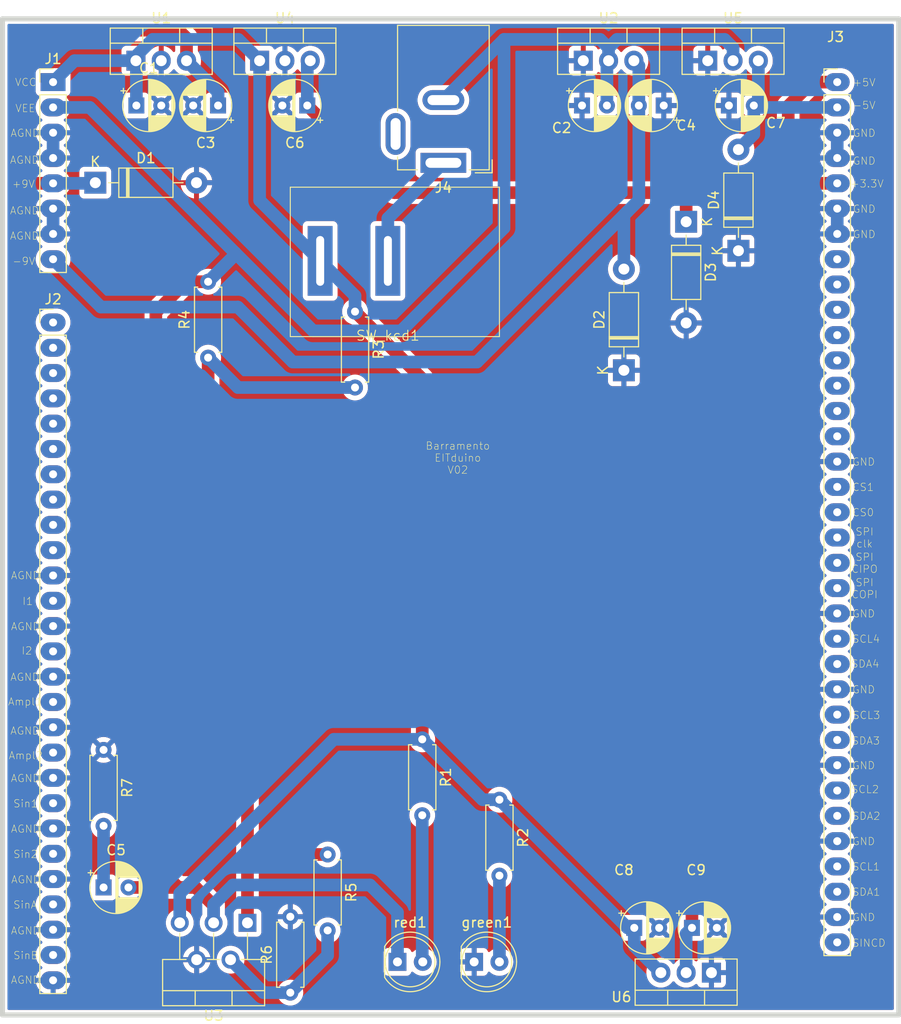
<source format=kicad_pcb>
(kicad_pcb (version 20221018) (generator pcbnew)
  (title_block (title "Barramento do EITduino") (date "2023-08-14") (rev "v02") (company "EITduino") (comment 1 "Autor: Gustavo Pinheiro") (comment 2 "Barramento proposto para uma placa 90x100 mm") (comment 3 "placa de face simples") (comment 4 "Pinos AGND e DGND"))
  (layers (0 "F.Cu" signal) (31 "B.Cu" signal) (34 "B.Paste" user) (35 "F.Paste" user) (36 "B.SilkS" user "B.Silkscreen") (37 "F.SilkS" user "F.Silkscreen") (38 "B.Mask" user) (39 "F.Mask" user) (44 "Edge.Cuts" user))
  (net 0 "")
  (net 1 "+9V")
  (net 2 "-9V")
  (net 3 "+5V")
  (net 4 "-5V")
  (net 5 "+3.3V")
  (net 12 "Earth")
  (net 14 "I1")
  (net 15 "I2")
  (net 16 "Ampl1")
  (net 17 "Ampl2")
  (net 18 "Sin1")
  (net 19 "Sin2")
  (net 20 "SinA")
  (net 21 "SinB")
  (net 23 "SPI_COPI")
  (net 24 "SPI_CIPO")
  (net 25 "SPI_clk")
  (net 26 "CS1")
  (net 27 "CS0")
  (net 28 "SCL3")
  (net 29 "SDA3")
  (net 30 "SCL2")
  (net 31 "SDA2")
  (net 32 "SCL1")
  (net 33 "SDA1")
  (net 34 "VCC")
  (net 35 "VEE")
  (net 46 "SINCD")
  (net 47 "SCL4")
  (net 48 "SDA4")
  (net 49 "Net-(C5-Pad1)")
  (net 50 "Net-(green1-A)")
  (net 51 "Net-(J4-Pad1)")
  (net 52 "Net-(red1-A)")
  (net 53 "Net-(U3-+)")
  (net 54 "Net-(U3--)")
  (footprint "Diode_THT:D_DO-41_SOD81_P10.16mm_Horizontal" (layer "F.Cu") (at 110.92 67.25)
    (fp_text reference "D1" (at 5.08 -2.47) (layer "F.SilkS"))
    (fp_text value "1N5819")
    (fp_text user "K" (at 0 -2.1) (layer "F.SilkS"))
    (pad "1" thru_hole rect (at 0 0) (size 2.2 2.2) (drill 1.1) (layers "*.Cu" "*.Mask") (net 1 "+9V"))
    (pad "2" thru_hole oval (at 10.16 0) (size 2.2 2.2) (drill 1.1) (layers "*.Cu" "*.Mask") (net 12 "Earth"))
  )
  (footprint "Capacitor_THT:CP_Radial_D5.0mm_P2.50mm" (layer "F.Cu") (at 111.75 138)
    (fp_text reference "C5" (at 1.25 -3.75) (layer "F.SilkS"))
    (fp_text value "2.2uF")
    (pad "1" thru_hole rect (at 0 0) (size 1.6 1.6) (drill 0.8) (layers "*.Cu" "*.Mask") (net 49 "Net-(C5-Pad1)"))
    (pad "2" thru_hole circle (at 2.5 0) (size 1.6 1.6) (drill 0.8) (layers "*.Cu" "*.Mask") (net 35 "VEE"))
  )
  (footprint "Resistor_THT:R_Axial_DIN0207_L6.3mm_D2.5mm_P7.62mm_Horizontal" (layer "F.Cu") (at 111.75 124.19 -90)
    (fp_text reference "R7" (at 3.81 -2.37 90) (layer "F.SilkS"))
    (fp_text value "1")
    (pad "1" thru_hole circle (at 0 0 270) (size 1.6 1.6) (drill 0.8) (layers "*.Cu" "*.Mask") (net 12 "Earth"))
    (pad "2" thru_hole oval (at 7.62 0 270) (size 1.6 1.6) (drill 0.8) (layers "*.Cu" "*.Mask") (net 49 "Net-(C5-Pad1)"))
  )
  (footprint "Package_TO_SOT_THT:TO-220-3_Vertical" (layer "F.Cu") (at 159.92 55)
    (fp_text reference "U2" (at 2.54 -4.27) (layer "F.SilkS"))
    (fp_text value "LM7909_TO220")
    (pad "1" thru_hole rect (at 0 0) (size 1.905 2) (drill 1.1) (layers "*.Cu" "*.Mask") (net 12 "Earth"))
    (pad "2" thru_hole oval (at 2.54 0) (size 1.905 2) (drill 1.1) (layers "*.Cu" "*.Mask") (net 35 "VEE"))
    (pad "3" thru_hole oval (at 5.08 0) (size 1.905 2) (drill 1.1) (layers "*.Cu" "*.Mask") (net 2 "-9V"))
  )
  (footprint "Resistor_THT:R_Axial_DIN0207_L6.3mm_D2.5mm_P7.62mm_Horizontal" (layer "F.Cu") (at 134.25 134.69 -90)
    (fp_text reference "R5" (at 3.81 -2.37 90) (layer "F.SilkS"))
    (fp_text value "1k")
    (pad "1" thru_hole circle (at 0 0 270) (size 1.6 1.6) (drill 0.8) (layers "*.Cu" "*.Mask") (net 53 "Net-(U3-+)"))
    (pad "2" thru_hole oval (at 7.62 0 270) (size 1.6 1.6) (drill 0.8) (layers "*.Cu" "*.Mask") (net 54 "Net-(U3--)"))
  )
  (footprint "Capacitor_THT:CP_Radial_D5.0mm_P2.50mm" (layer "F.Cu") (at 168 59.5 180)
    (fp_text reference "C4" (at -2.25 -2) (layer "F.SilkS"))
    (fp_text value "1uF")
    (pad "1" thru_hole rect (at 0 0 180) (size 1.6 1.6) (drill 0.8) (layers "*.Cu" "*.Mask") (net 12 "Earth"))
    (pad "2" thru_hole circle (at 2.5 0 180) (size 1.6 1.6) (drill 0.8) (layers "*.Cu" "*.Mask") (net 2 "-9V"))
  )
  (footprint "Capacitor_THT:CP_Radial_D5.0mm_P2.50mm" (layer "F.Cu") (at 165.04 142.055)
    (fp_text reference "C8" (at -1.04 -5.805) (layer "F.SilkS"))
    (fp_text value "100uF")
    (pad "1" thru_hole rect (at 0 0) (size 1.6 1.6) (drill 0.8) (layers "*.Cu" "*.Mask") (net 34 "VCC"))
    (pad "2" thru_hole circle (at 2.5 0) (size 1.6 1.6) (drill 0.8) (layers "*.Cu" "*.Mask") (net 12 "Earth"))
  )
  (footprint "Capacitor_THT:CP_Radial_D5.0mm_P2.50mm" (layer "F.Cu") (at 115.044888 59.5)
    (fp_text reference "C1" (at 1.25 -3.75) (layer "F.SilkS"))
    (fp_text value "3.3uF")
    (pad "1" thru_hole rect (at 0 0) (size 1.6 1.6) (drill 0.8) (layers "*.Cu" "*.Mask") (net 34 "VCC"))
    (pad "2" thru_hole circle (at 2.5 0) (size 1.6 1.6) (drill 0.8) (layers "*.Cu" "*.Mask") (net 12 "Earth"))
  )
  (footprint "Resistor_THT:R_Axial_DIN0207_L6.3mm_D2.5mm_P7.62mm_Horizontal" (layer "F.Cu") (at 137 80.19 -90)
    (fp_text reference "R3" (at 3.81 -2.37 90) (layer "F.SilkS"))
    (fp_text value "22k")
    (pad "1" thru_hole circle (at 0 0 270) (size 1.6 1.6) (drill 0.8) (layers "*.Cu" "*.Mask") (net 34 "VCC"))
    (pad "2" thru_hole oval (at 7.62 0 270) (size 1.6 1.6) (drill 0.8) (layers "*.Cu" "*.Mask") (net 53 "Net-(U3-+)"))
  )
  (footprint "Package_TO_SOT_THT:TO-220-5_P3.4x3.7mm_StaggerOdd_Lead3.8mm_Vertical" (layer "F.Cu") (at 126.2 141.55 180)
    (fp_text reference "U3" (at 3.4 -9.32) (layer "F.SilkS"))
    (fp_text value "LM675")
    (pad "1" thru_hole rect (at 0 0 180) (size 1.8 1.8) (drill 1.1) (layers "*.Cu" "*.Mask") (net 53 "Net-(U3-+)"))
    (pad "2" thru_hole oval (at 1.7 -3.7 180) (size 1.8 1.8) (drill 1.1) (layers "*.Cu" "*.Mask") (net 54 "Net-(U3--)"))
    (pad "3" thru_hole oval (at 3.4 0 180) (size 1.8 1.8) (drill 1.1) (layers "*.Cu" "*.Mask") (net 35 "VEE"))
    (pad "4" thru_hole oval (at 5.1 -3.7 180) (size 1.8 1.8) (drill 1.1) (layers "*.Cu" "*.Mask") (net 12 "Earth"))
    (pad "5" thru_hole oval (at 6.8 0 180) (size 1.8 1.8) (drill 1.1) (layers "*.Cu" "*.Mask") (net 34 "VCC"))
  )
  (footprint "Resistor_THT:R_Axial_DIN0207_L6.3mm_D2.5mm_P7.62mm_Horizontal" (layer "F.Cu") (at 122.25 84.81 90)
    (fp_text reference "R4" (at 3.81 -2.37 90) (layer "F.SilkS"))
    (fp_text value "22k")
    (pad "1" thru_hole circle (at 0 0 90) (size 1.6 1.6) (drill 0.8) (layers "*.Cu" "*.Mask") (net 53 "Net-(U3-+)"))
    (pad "2" thru_hole oval (at 7.62 0 90) (size 1.6 1.6) (drill 0.8) (layers "*.Cu" "*.Mask") (net 35 "VEE"))
  )
  (footprint "Chave_Gangorra:chave gangorra 2 pinos" (layer "F.Cu") (at 140.3 83.1)
    (fp_text reference "SW_kcd1" (at 0 -0.5 unlocked) (layer "F.SilkS") (effects (font (thickness 0.1))))
    (fp_text value "chave_gangorra_2_pinos")
    (pad "1" thru_hole rect (at 0 -8) (size 2.5 7) (drill oval 0.8 5) (layers "*.Cu" "*.Mask") (net 51 "Net-(J4-Pad1)"))
    (pad "2" thru_hole rect (at -6.8 -8) (size 2.5 7) (drill oval 0.8 5) (layers "*.Cu" "*.Mask") (net 34 "VCC"))
  )
  (footprint "LED_THT:LED_D5.0mm" (layer "F.Cu") (at 148.96 145.473141)
    (fp_text reference "green1" (at 1.27 -3.96) (layer "F.SilkS"))
    (fp_text value "LED")
    (pad "1" thru_hole rect (at 0 0) (size 1.8 1.8) (drill 0.9) (layers "*.Cu" "*.Mask") (net 12 "Earth"))
    (pad "2" thru_hole circle (at 2.54 0) (size 1.8 1.8) (drill 0.9) (layers "*.Cu" "*.Mask") (net 50 "Net-(green1-A)"))
  )
  (footprint "Connector_PinHeader_2.54mm:PinHeader_1x35_P2.54mm_Vertical" (layer "F.Cu") (at 185.42 57.15)
    (fp_text reference "J3" (at -0.165 -4.535) (layer "F.SilkS"))
    (fp_text value "comunicacao / sinais digitais" hide)
    (pad "1" thru_hole oval (at 0 0) (size 2.5 1.8) (drill 0.8) (layers "*.Cu" "*.Mask") (net 3 "+5V"))
    (pad "2" thru_hole oval (at 0 2.54) (size 2.5 1.8) (drill 0.8) (layers "*.Cu" "*.Mask") (net 4 "-5V"))
    (pad "3" thru_hole oval (at 0 5.08) (size 2.5 1.8) (drill 0.8) (layers "*.Cu" "*.Mask") (net 12 "Earth"))
    (pad "4" thru_hole oval (at 0 7.62) (size 2.5 1.8) (drill 0.8) (layers "*.Cu" "*.Mask") (net 12 "Earth"))
    (pad "5" thru_hole oval (at 0 10.16) (size 2.5 1.8) (drill 0.8) (layers "*.Cu" "*.Mask") (net 5 "+3.3V"))
    (pad "6" thru_hole oval (at 0 12.7) (size 2.5 1.8) (drill 0.8) (layers "*.Cu" "*.Mask") (net 12 "Earth"))
    (pad "7" thru_hole oval (at 0 15.24) (size 2.5 1.8) (drill 0.8) (layers "*.Cu" "*.Mask") (net 12 "Earth"))
    (pad "8" thru_hole oval (at 0 17.78) (size 2.5 1.8) (drill 0.8) (layers "*.Cu" "*.Mask"))
    (pad "9" thru_hole oval (at 0 20.32) (size 2.5 1.8) (drill 0.8) (layers "*.Cu" "*.Mask"))
    (pad "10" thru_hole oval (at 0 22.86) (size 2.5 1.8) (drill 0.8) (layers "*.Cu" "*.Mask"))
    (pad "11" thru_hole oval (at 0 25.4) (size 2.5 1.8) (drill 0.8) (layers "*.Cu" "*.Mask"))
    (pad "12" thru_hole oval (at 0 27.94) (size 2.5 1.8) (drill 0.8) (layers "*.Cu" "*.Mask"))
    (pad "13" thru_hole oval (at 0 30.48) (size 2.5 1.8) (drill 0.8) (layers "*.Cu" "*.Mask"))
    (pad "14" thru_hole oval (at 0 33.02) (size 2.5 1.8) (drill 0.8) (layers "*.Cu" "*.Mask"))
    (pad "15" thru_hole oval (at 0 35.56) (size 2.5 1.8) (drill 0.8) (layers "*.Cu" "*.Mask"))
    (pad "16" thru_hole oval (at 0 38.1) (size 2.5 1.8) (drill 0.8) (layers "*.Cu" "*.Mask") (net 12 "Earth"))
    (pad "17" thru_hole oval (at 0 40.64) (size 2.5 1.8) (drill 0.8) (layers "*.Cu" "*.Mask") (net 26 "CS1"))
    (pad "18" thru_hole oval (at 0 43.18) (size 2.5 1.8) (drill 0.8) (layers "*.Cu" "*.Mask") (net 27 "CS0"))
    (pad "19" thru_hole oval (at 0 45.72) (size 2.5 1.8) (drill 0.8) (layers "*.Cu" "*.Mask") (net 25 "SPI_clk"))
    (pad "20" thru_hole oval (at 0 48.26) (size 2.5 1.8) (drill 0.8) (layers "*.Cu" "*.Mask") (net 24 "SPI_CIPO"))
    (pad "21" thru_hole oval (at 0 50.8) (size 2.5 1.8) (drill 0.8) (layers "*.Cu" "*.Mask") (net 23 "SPI_COPI"))
    (pad "22" thru_hole oval (at 0 53.34) (size 2.5 1.8) (drill 0.8) (layers "*.Cu" "*.Mask") (net 12 "Earth"))
    (pad "23" thru_hole oval (at 0 55.88) (size 2.5 1.8) (drill 0.8) (layers "*.Cu" "*.Mask") (net 47 "SCL4"))
    (pad "24" thru_hole oval (at 0 58.42) (size 2.5 1.8) (drill 0.8) (layers "*.Cu" "*.Mask") (net 48 "SDA4"))
    (pad "25" thru_hole oval (at 0 60.96) (size 2.5 1.8) (drill 0.8) (layers "*.Cu" "*.Mask") (net 12 "Earth"))
    (pad "26" thru_hole oval (at 0 63.5) (size 2.5 1.8) (drill 0.8) (layers "*.Cu" "*.Mask") (net 28 "SCL3"))
    (pad "27" thru_hole oval (at 0 66.04) (size 2.5 1.8) (drill 0.8) (layers "*.Cu" "*.Mask") (net 29 "SDA3"))
    (pad "28" thru_hole oval (at 0 68.58) (size 2.5 1.8) (drill 0.8) (layers "*.Cu" "*.Mask") (net 12 "Earth"))
    (pad "29" thru_hole oval (at 0 71.12) (size 2.5 1.8) (drill 0.8) (layers "*.Cu" "*.Mask") (net 30 "SCL2"))
    (pad "30" thru_hole oval (at 0 73.66) (size 2.5 1.8) (drill 0.8) (layers "*.Cu" "*.Mask") (net 31 "SDA2"))
    (pad "31" thru_hole oval (at 0 76.2) (size 2.5 1.8) (drill 0.8) (layers "*.Cu" "*.Mask") (net 12 "Earth"))
    (pad "32" thru_hole oval (at 0 78.74) (size 2.5 1.8) (drill 0.8) (layers "*.Cu" "*.Mask") (net 32 "SCL1"))
    (pad "33" thru_hole oval (at 0 81.28) (size 2.5 1.8) (drill 0.8) (layers "*.Cu" "*.Mask") (net 33 "SDA1"))
    (pad "34" thru_hole oval (at 0 83.82) (size 2.5 1.8) (drill 0.8) (layers "*.Cu" "*.Mask") (net 12 "Earth"))
    (pad "35" thru_hole oval (at 0 86.36) (size 2.5 1.8) (drill 0.8) (layers "*.Cu" "*.Mask") (net 46 "SINCD"))
  )
  (footprint "Capacitor_THT:CP_Radial_D5.0mm_P2.50mm" (layer "F.Cu") (at 170.834888 142.055)
    (fp_text reference "C9" (at 0.415112 -5.805) (layer "F.SilkS"))
    (fp_text value "100uF")
    (pad "1" thru_hole rect (at 0 0) (size 1.6 1.6) (drill 0.8) (layers "*.Cu" "*.Mask") (net 5 "+3.3V"))
    (pad "2" thru_hole circle (at 2.5 0) (size 1.6 1.6) (drill 0.8) (layers "*.Cu" "*.Mask") (net 12 "Earth"))
  )
  (footprint "Package_TO_SOT_THT:TO-220-3_Vertical" (layer "F.Cu") (at 172.42 55)
    (fp_text reference "U5" (at 2.54 -4.27) (layer "F.SilkS"))
    (fp_text value "L7905")
    (pad "1" thru_hole rect (at 0 0) (size 1.905 2) (drill 1.1) (layers "*.Cu" "*.Mask") (net 12 "Earth"))
    (pad "2" thru_hole oval (at 2.54 0) (size 1.905 2) (drill 1.1) (layers "*.Cu" "*.Mask") (net 35 "VEE"))
    (pad "3" thru_hole oval (at 5.08 0) (size 1.905 2) (drill 1.1) (layers "*.Cu" "*.Mask") (net 4 "-5V"))
  )
  (footprint "LED_THT:LED_D5.0mm" (layer "F.Cu") (at 141.262864 145.473141)
    (fp_text reference "red1" (at 1.27 -3.96) (layer "F.SilkS"))
    (fp_text value "LED")
    (pad "1" thru_hole rect (at 0 0) (size 1.8 1.8) (drill 0.9) (layers "*.Cu" "*.Mask") (net 35 "VEE"))
    (pad "2" thru_hole circle (at 2.54 0) (size 1.8 1.8) (drill 0.9) (layers "*.Cu" "*.Mask") (net 52 "Net-(red1-A)"))
  )
  (footprint "Capacitor_THT:CP_Radial_D5.0mm_P2.50mm" (layer "F.Cu") (at 159.794888 59.5)
    (fp_text reference "C2" (at -2.044888 2.25) (layer "F.SilkS"))
    (fp_text value "22uF")
    (pad "1" thru_hole rect (at 0 0) (size 1.6 1.6) (drill 0.8) (layers "*.Cu" "*.Mask") (net 12 "Earth"))
    (pad "2" thru_hole circle (at 2.5 0) (size 1.6 1.6) (drill 0.8) (layers "*.Cu" "*.Mask") (net 35 "VEE"))
  )
  (footprint "Connector_PinHeader_2.54mm:PinHeader_1x08_P2.54mm_Vertical" (layer "F.Cu") (at 106.68 57.15)
    (fp_text reference "J1" (at 0 -2.33) (layer "F.SilkS"))
    (fp_text value "alimentacao analogica" hide)
    (pad "1" thru_hole rect (at 0 0) (size 2.5 1.8) (drill 0.8) (layers "*.Cu" "*.Mask") (net 34 "VCC"))
    (pad "2" thru_hole oval (at 0 2.54) (size 2.5 1.8) (drill 0.8) (layers "*.Cu" "*.Mask") (net 35 "VEE"))
    (pad "3" thru_hole oval (at 0 5.08) (size 2.5 1.8) (drill 0.8) (layers "*.Cu" "*.Mask") (net 12 "Earth"))
    (pad "4" thru_hole oval (at 0 7.62) (size 2.5 1.8) (drill 0.8) (layers "*.Cu" "*.Mask") (net 12 "Earth"))
    (pad "5" thru_hole oval (at 0 10.16) (size 2.5 1.8) (drill 0.8) (layers "*.Cu" "*.Mask") (net 1 "+9V"))
    (pad "6" thru_hole oval (at 0 12.7) (size 2.5 1.8) (drill 0.8) (layers "*.Cu" "*.Mask") (net 12 "Earth"))
    (pad "7" thru_hole oval (at 0 15.24) (size 2.5 1.8) (drill 0.8) (layers "*.Cu" "*.Mask") (net 12 "Earth"))
    (pad "8" thru_hole oval (at 0 17.78) (size 2.5 1.8) (drill 0.8) (layers "*.Cu" "*.Mask") (net 2 "-9V"))
  )
  (footprint "Connector_PinHeader_2.54mm:PinHeader_1x27_P2.54mm_Vertical" (layer "F.Cu") (at 106.68 81.28)
    (fp_text reference "J2" (at 0 -2.33) (layer "F.SilkS"))
    (fp_text value "sinais analogicos" hide)
    (pad "1" thru_hole oval (at 0 0) (size 2.5 1.8) (drill 0.8) (layers "*.Cu" "*.Mask"))
    (pad "2" thru_hole oval (at 0 2.54) (size 2.5 1.8) (drill 0.8) (layers "*.Cu" "*.Mask"))
    (pad "3" thru_hole oval (at 0 5.08) (size 2.5 1.8) (drill 0.8) (layers "*.Cu" "*.Mask"))
    (pad "4" thru_hole oval (at 0 7.62) (size 2.5 1.8) (drill 0.8) (layers "*.Cu" "*.Mask"))
    (pad "5" thru_hole oval (at 0 10.16) (size 2.5 1.8) (drill 0.8) (layers "*.Cu" "*.Mask"))
    (pad "6" thru_hole oval (at 0 12.7) (size 2.5 1.8) (drill 0.8) (layers "*.Cu" "*.Mask"))
    (pad "7" thru_hole oval (at 0 15.24) (size 2.5 1.8) (drill 0.8) (layers "*.Cu" "*.Mask"))
    (pad "8" thru_hole oval (at 0 17.78) (size 2.5 1.8) (drill 0.8) (layers "*.Cu" "*.Mask"))
    (pad "9" thru_hole oval (at 0 20.32) (size 2.5 1.8) (drill 0.8) (layers "*.Cu" "*.Mask"))
    (pad "10" thru_hole oval (at 0 22.86) (size 2.5 1.8) (drill 0.8) (layers "*.Cu" "*.Mask"))
    (pad "11" thru_hole oval (at 0 25.4) (size 2.5 1.8) (drill 0.8) (layers "*.Cu" "*.Mask") (net 12 "Earth"))
    (pad "12" thru_hole oval (at 0 27.94) (size 2.5 1.8) (drill 0.8) (layers "*.Cu" "*.Mask") (net 14 "I1"))
    (pad "13" thru_hole oval (at 0 30.48) (size 2.5 1.8) (drill 0.8) (layers "*.Cu" "*.Mask") (net 12 "Earth"))
    (pad "14" thru_hole oval (at 0 33.02) (size 2.5 1.8) (drill 0.8) (layers "*.Cu" "*.Mask") (net 15 "I2"))
    (pad "15" thru_hole oval (at 0 35.56) (size 2.5 1.8) (drill 0.8) (layers "*.Cu" "*.Mask") (net 12 "Earth"))
    (pad "16" thru_hole oval (at 0 38.1) (size 2.5 1.8) (drill 0.8) (layers "*.Cu" "*.Mask") (net 16 "Ampl1"))
    (pad "17" thru_hole oval (at 0 40.64) (size 2.5 1.8) (drill 0.8) (layers "*.Cu" "*.Mask") (net 12 "Earth"))
    (pad "18" thru_hole oval (at 0 43.18) (size 2.5 1.8) (drill 0.8) (layers "*.Cu" "*.Mask") (net 17 "Ampl2"))
    (pad "19" thru_hole oval (at 0 45.72) (size 2.5 1.8) (drill 0.8) (layers "*.Cu" "*.Mask") (net 12 "Earth"))
    (pad "20" thru_hole oval (at 0 48.26) (size 2.5 1.8) (drill 0.8) (layers "*.Cu" "*.Mask") (net 18 "Sin1"))
    (pad "21" thru_hole oval (at 0 50.8) (size 2.5 1.8) (drill 0.8) (layers "*.Cu" "*.Mask") (net 12 "Earth"))
    (pad "22" thru_hole oval (at 0 53.34) (size 2.5 1.8) (drill 0.8) (layers "*.Cu" "*.Mask") (net 19 "Sin2"))
    (pad "23" thru_hole oval (at 0 55.88) (size 2.5 1.8) (drill 0.8) (layers "*.Cu" "*.Mask") (net 12 "Earth"))
    (pad "24" thru_hole oval (at 0 58.42) (size 2.5 1.8) (drill 0.8) (layers "*.Cu" "*.Mask") (net 20 "SinA"))
    (pad "25" thru_hole oval (at 0 60.96) (size 2.5 1.8) (drill 0.8) (layers "*.Cu" "*.Mask") (net 12 "Earth"))
    (pad "26" thru_hole oval (at 0 63.5) (size 2.5 1.8) (drill 0.8) (layers "*.Cu" "*.Mask") (net 21 "SinB"))
    (pad "27" thru_hole oval (at 0 66.04) (size 2.5 1.8) (drill 0.8) (layers "*.Cu" "*.Mask") (net 12 "Earth"))
  )
  (footprint "Diode_THT:D_DO-41_SOD81_P10.16mm_Horizontal" (layer "F.Cu") (at 175.5 74.08 90)
    (fp_text reference "D4" (at 5.08 -2.47 90) (layer "F.SilkS"))
    (fp_text value "1N5819")
    (fp_text user "K" (at 0 -2.1 90) (layer "F.SilkS"))
    (pad "1" thru_hole rect (at 0 0 90) (size 2.2 2.2) (drill 1.1) (layers "*.Cu" "*.Mask") (net 12 "Earth"))
    (pad "2" thru_hole oval (at 10.16 0 90) (size 2.2 2.2) (drill 1.1) (layers "*.Cu" "*.Mask") (net 4 "-5V"))
  )
  (footprint "Diode_THT:D_DO-41_SOD81_P10.16mm_Horizontal" (layer "F.Cu") (at 170.25 71.17 -90)
    (fp_text reference "D3" (at 5.08 -2.47 90) (layer "F.SilkS"))
    (fp_text value "1N5819")
    (fp_text user "K" (at 0 -2.1 90) (layer "F.SilkS"))
    (pad "1" thru_hole rect (at 0 0 270) (size 2.2 2.2) (drill 1.1) (layers "*.Cu" "*.Mask") (net 3 "+5V"))
    (pad "2" thru_hole oval (at 10.16 0 270) (size 2.2 2.2) (drill 1.1) (layers "*.Cu" "*.Mask") (net 12 "Earth"))
  )
  (footprint "Package_TO_SOT_THT:TO-220-3_Vertical" (layer "F.Cu") (at 172.79 146.555 180)
    (fp_text reference "U6" (at 9.04 -2.445) (layer "F.SilkS"))
    (fp_text value "LM1117T-3.3")
    (pad "1" thru_hole rect (at 0 0 180) (size 1.905 2) (drill 1.1) (layers "*.Cu" "*.Mask") (net 12 "Earth"))
    (pad "2" thru_hole oval (at 2.54 0 180) (size 1.905 2) (drill 1.1) (layers "*.Cu" "*.Mask") (net 5 "+3.3V"))
    (pad "3" thru_hole oval (at 5.08 0 180) (size 1.905 2) (drill 1.1) (layers "*.Cu" "*.Mask") (net 34 "VCC"))
  )
  (footprint "Capacitor_THT:CP_Radial_D5.0mm_P2.50mm" (layer "F.Cu") (at 123.25 59.5 180)
    (fp_text reference "C3" (at 1.25 -3.75) (layer "F.SilkS"))
    (fp_text value "1uF")
    (pad "1" thru_hole rect (at 0 0 180) (size 1.6 1.6) (drill 0.8) (layers "*.Cu" "*.Mask") (net 1 "+9V"))
    (pad "2" thru_hole circle (at 2.5 0 180) (size 1.6 1.6) (drill 0.8) (layers "*.Cu" "*.Mask") (net 12 "Earth"))
  )
  (footprint "Resistor_THT:R_Axial_DIN0207_L6.3mm_D2.5mm_P7.62mm_Horizontal" (layer "F.Cu") (at 151.5 129.19 -90)
    (fp_text reference "R2" (at 3.81 -2.37 90) (layer "F.SilkS"))
    (fp_text value "510")
    (pad "1" thru_hole circle (at 0 0 270) (size 1.6 1.6) (drill 0.8) (layers "*.Cu" "*.Mask") (net 34 "VCC"))
    (pad "2" thru_hole oval (at 7.62 0 270) (size 1.6 1.6) (drill 0.8) (layers "*.Cu" "*.Mask") (net 50 "Net-(green1-A)"))
  )
  (footprint "Resistor_THT:R_Axial_DIN0207_L6.3mm_D2.5mm_P7.62mm_Horizontal" (layer "F.Cu") (at 130.5 148.56 90)
    (fp_text reference "R6" (at 3.81 -2.37 90) (layer "F.SilkS"))
    (fp_text value "15k")
    (pad "1" thru_hole circle (at 0 0 90) (size 1.6 1.6) (drill 0.8) (layers "*.Cu" "*.Mask") (net 54 "Net-(U3--)"))
    (pad "2" thru_hole oval (at 7.62 0 90) (size 1.6 1.6) (drill 0.8) (layers "*.Cu" "*.Mask") (net 12 "Earth"))
  )
  (footprint "Diode_THT:D_DO-41_SOD81_P10.16mm_Horizontal" (layer "F.Cu") (at 164 86.08 90)
    (fp_text reference "D2" (at 5.08 -2.47 90) (layer "F.SilkS"))
    (fp_text value "1N5819")
    (fp_text user "K" (at 0 -2.1 90) (layer "F.SilkS"))
    (pad "1" thru_hole rect (at 0 0 90) (size 2.2 2.2) (drill 1.1) (layers "*.Cu" "*.Mask") (net 12 "Earth"))
    (pad "2" thru_hole oval (at 10.16 0 90) (size 2.2 2.2) (drill 1.1) (layers "*.Cu" "*.Mask") (net 2 "-9V"))
  )
  (footprint "Package_TO_SOT_THT:TO-220-3_Vertical" (layer "F.Cu") (at 115 55)
    (fp_text reference "U1" (at 2.54 -4.27) (layer "F.SilkS"))
    (fp_text value "L7809")
    (pad "1" thru_hole rect (at 0 0) (size 1.905 2) (drill 1.1) (layers "*.Cu" "*.Mask") (net 34 "VCC"))
    (pad "2" thru_hole oval (at 2.54 0) (size 1.905 2) (drill 1.1) (layers "*.Cu" "*.Mask") (net 12 "Earth"))
    (pad "3" thru_hole oval (at 5.08 0) (size 1.905 2) (drill 1.1) (layers "*.Cu" "*.Mask") (net 1 "+9V"))
  )
  (footprint "Capacitor_THT:CP_Radial_D5.0mm_P2.50mm" (layer "F.Cu") (at 132.205112 59.5 180)
    (fp_text reference "C6" (at 1.25 -3.75) (layer "F.SilkS"))
    (fp_text value "1uF")
    (pad "1" thru_hole rect (at 0 0 180) (size 1.6 1.6) (drill 0.8) (layers "*.Cu" "*.Mask") (net 3 "+5V"))
    (pad "2" thru_hole circle (at 2.5 0 180) (size 1.6 1.6) (drill 0.8) (layers "*.Cu" "*.Mask") (net 12 "Earth"))
  )
  (footprint "Capacitor_THT:CP_Radial_D5.0mm_P2.50mm" (layer "F.Cu") (at 174.544888 59.5)
    (fp_text reference "C7" (at 4.705112 1.75) (layer "F.SilkS"))
    (fp_text value "1uF")
    (pad "1" thru_hole rect (at 0 0) (size 1.6 1.6) (drill 0.8) (layers "*.Cu" "*.Mask") (net 12 "Earth"))
    (pad "2" thru_hole circle (at 2.5 0) (size 1.6 1.6) (drill 0.8) (layers "*.Cu" "*.Mask") (net 4 "-5V"))
  )
  (footprint "Package_TO_SOT_THT:TO-220-3_Vertical" (layer "F.Cu") (at 127.42 55)
    (fp_text reference "U4" (at 2.54 -4.27) (layer "F.SilkS"))
    (fp_text value "L7805")
    (pad "1" thru_hole rect (at 0 0) (size 1.905 2) (drill 1.1) (layers "*.Cu" "*.Mask") (net 34 "VCC"))
    (pad "2" thru_hole oval (at 2.54 0) (size 1.905 2) (drill 1.1) (layers "*.Cu" "*.Mask") (net 12 "Earth"))
    (pad "3" thru_hole oval (at 5.08 0) (size 1.905 2) (drill 1.1) (layers "*.Cu" "*.Mask") (net 3 "+5V"))
  )
  (footprint "Connector_BarrelJack:BarrelJack_GCT_DCJ200-10-A_Horizontal" (layer "F.Cu") (at 145.873382 65.255394 180)
    (fp_text reference "J4" (at 0 -2.5) (layer "F.SilkS"))
    (fp_text value "Barrel_Jack")
    (pad "1" thru_hole rect (at 0 0 180) (size 4.6 2) (drill oval 3.6 1) (layers "*.Cu" "*.Mask") (net 51 "Net-(J4-Pad1)"))
    (pad "2" thru_hole oval (at 0 6.3 180) (size 4.2 2) (drill oval 3.2 1) (layers "*.Cu" "*.Mask") (net 35 "VEE"))
    (pad "3" thru_hole oval (at 4.8 2.9 180) (size 2 4.2) (drill oval 1 3.2) (layers "*.Cu" "*.Mask"))
  )
  (footprint "Resistor_THT:R_Axial_DIN0207_L6.3mm_D2.5mm_P7.62mm_Horizontal" (layer "F.Cu") (at 143.75 123.13 -90)
    (fp_text reference "R1" (at 3.81 -2.37 90) (layer "F.SilkS"))
    (fp_text value "1k2")
    (pad "1" thru_hole circle (at 0 0 270) (size 1.6 1.6) (drill 0.8) (layers "*.Cu" "*.Mask") (net 34 "VCC"))
    (pad "2" thru_hole oval (at 7.62 0 270) (size 1.6 1.6) (drill 0.8) (layers "*.Cu" "*.Mask") (net 52 "Net-(red1-A)"))
  )
  (gr_line (start 191.6 50.8) (end 101.6 50.8) (stroke (width 0.5)) (layer "Edge.Cuts"))
  (gr_line (start 191.6 150.8) (end 191.6 50.8) (stroke (width 0.5)) (layer "Edge.Cuts"))
  (gr_line (start 191.59982 150.7998) (end 101.6 150.7998) (stroke (width 0.5)) (layer "Edge.Cuts"))
  (gr_line (start 101.6 50.8) (end 101.6 150.7998) (stroke (width 0.5)) (layer "Edge.Cuts"))
  (gr_text "SDA1" (at 186.8967 138.452966) (layer "F.SilkS") (effects (font (size 0.75 0.75) (thickness 0.05) bold) (justify left)))
  (gr_text "AGND" (at 102.314418 64.968158) (layer "F.SilkS") (effects (font (size 0.75 0.75) (thickness 0.05) bold) (justify left)))
  (gr_text "SinA" (at 102.652955 139.742119) (layer "F.SilkS") (effects (font (size 0.75 0.75) (thickness 0.05) bold) (justify left)))
  (gr_text "SPI\nCIPO\n" (at 188.1667 105.432966) (layer "F.SilkS") (effects (font (size 0.75 0.75) (thickness 0.05) bold)))
  (gr_text "GND" (at 186.8967 118.132966) (layer "F.SilkS") (effects (font (size 0.75 0.75) (thickness 0.05) bold) (justify left)))
  (gr_text "CS1" (at 186.8967 97.812966) (layer "F.SilkS") (effects (font (size 0.75 0.75) (thickness 0.05) bold) (justify left)))
  (gr_text "GND" (at 186.955818 72.866258) (layer "F.SilkS") (effects (font (size 0.75 0.75) (thickness 0.05) bold) (justify left bottom)))
  (gr_text "-9V" (at 102.568418 75.128158) (layer "F.SilkS") (effects (font (size 0.75 0.75) (thickness 0.05) bold) (justify left)))
  (gr_text "AGND" (at 102.441415 137.208672) (layer "F.SilkS") (effects (font (size 0.75 0.75) (thickness 0.05) bold) (justify left)))
  (gr_text "AGND" (at 102.415048 112.238762) (layer "F.SilkS") (effects (font (size 0.75 0.75) (thickness 0.05) bold) (justify left bottom)))
  (gr_text "GND" (at 186.8967 125.752966) (layer "F.SilkS") (effects (font (size 0.75 0.75) (thickness 0.05) bold) (justify left)))
  (gr_text "+3.3V" (at 186.701818 67.786258) (layer "F.SilkS") (effects (font (size 0.75 0.75) (thickness 0.05) bold) (justify left bottom)))
  (gr_text "GND" (at 186.955818 65.500258) (layer "F.SilkS") (effects (font (size 0.75 0.75) (thickness 0.05) bold) (justify left bottom)))
  (gr_text "AGND" (at 102.314418 72.588158) (layer "F.SilkS") (effects (font (size 0.75 0.75) (thickness 0.05) bold) (justify left)))
  (gr_text "GND" (at 186.8967 110.512966) (layer "F.SilkS") (effects (font (size 0.75 0.75) (thickness 0.05) bold) (justify left)))
  (gr_text "AGND" (at 102.408342 147.725608) (layer "F.SilkS") (effects (font (size 0.75 0.75) (thickness 0.05) bold) (justify left bottom)))
  (gr_text "Sin1" (at 102.652955 129.582119) (layer "F.SilkS") (effects (font (size 0.75 0.75) (thickness 0.05) bold) (justify left)))
  (gr_text "AGND" (at 102.414926 132.122118) (layer "F.SilkS") (effects (font (size 0.75 0.75) (thickness 0.05) bold) (justify left)))
  (gr_text "+5V\n" (at 186.955818 57.626258) (layer "F.SilkS") (effects (font (size 0.75 0.75) (thickness 0.05) bold) (justify left bottom)))
  (gr_text "SCL2" (at 186.7967 128.152966) (layer "F.SilkS") (effects (font (size 0.75 0.75) (thickness 0.05) bold) (justify left)))
  (gr_text "-5V" (at 186.955818 59.912258) (layer "F.SilkS") (effects (font (size 0.75 0.75) (thickness 0.05) bold) (justify left bottom)))
  (gr_text "AGND" (at 102.373918 62.266501) (layer "F.SilkS") (effects (font (size 0.75 0.75) (thickness 0.05) bold) (justify left)))
  (gr_text "SDA3" (at 186.859509 123.716321) (layer "F.SilkS") (effects (font (size 0.75 0.75) (thickness 0.05) bold) (justify left bottom)))
  (gr_text "SDA4\n" (at 186.7967 115.552966) (layer "F.SilkS") (effects (font (size 0.75 0.75) (thickness 0.05) bold) (justify left)))
  (gr_text "Ampl2" (at 102.190097 124.753588) (layer "F.SilkS") (effects (font (size 0.75 0.75) (thickness 0.05) bold) (justify left)))
  (gr_text "GND" (at 186.955818 62.706258) (layer "F.SilkS") (effects (font (size 0.75 0.75) (thickness 0.05) bold) (justify left bottom)))
  (gr_text "SINCD" (at 186.89297 143.574095) (layer "F.SilkS") (effects (font (size 0.75 0.75) (thickness 0.05) bold) (justify left)))
  (gr_text "AGND" (at 102.314418 70.048158) (layer "F.SilkS") (effects (font (size 0.75 0.75) (thickness 0.05) bold) (justify left)))
  (gr_text "CS0" (at 186.8967 100.352966) (layer "F.SilkS") (effects (font (size 0.75 0.75) (thickness 0.05) bold) (justify left)))
  (gr_text "VCC" (at 102.822418 57.602158) (layer "F.SilkS") (effects (font (size 0.75 0.75) (thickness 0.05) bold) (justify left bottom)))
  (gr_text "VEE\n" (at 102.855208 59.778606) (layer "F.SilkS") (effects (font (size 0.75 0.75) (thickness 0.05) bold) (justify left)))
  (gr_text "I2\n" (at 103.481993 114.67284) (layer "F.SilkS") (effects (font (size 0.75 0.75) (thickness 0.05) bold) (justify left bottom)))
  (gr_text "SCL4\n" (at 186.8967 113.052966) (layer "F.SilkS") (effects (font (size 0.75 0.75) (thickness 0.05) bold) (justify left)))
  (gr_text "GND" (at 186.955818 70.326258) (layer "F.SilkS") (effects (font (size 0.75 0.75) (thickness 0.05) bold) (justify left bottom)))
  (gr_text "SinB" (at 102.652955 144.822119) (layer "F.SilkS") (effects (font (size 0.75 0.75) (thickness 0.05) bold) (justify left)))
  (gr_text "AGND" (at 102.401941 127.042119) (layer "F.SilkS") (effects (font (size 0.75 0.75) (thickness 0.05) bold) (justify left)))
  (gr_text "SDA2" (at 186.8967 130.832966) (layer "F.SilkS") (effects (font (size 0.75 0.75) (thickness 0.05) bold) (justify left)))
  (gr_text "SPI\nclk\n" (at 188.1667 102.892966) (layer "F.SilkS") (effects (font (size 0.75 0.75) (thickness 0.05) bold)))
  (gr_text "GND" (at 186.8967 95.272966) (layer "F.SilkS") (effects (font (size 0.75 0.75) (thickness 0.05) bold) (justify left)))
  (gr_text "AGND" (at 102.352029 117.31861) (layer "F.SilkS") (effects (font (size 0.75 0.75) (thickness 0.05) bold) (justify left bottom)))
  (gr_text "I1" (at 103.565958 109.262271) (layer "F.SilkS") (effects (font (size 0.75 0.75) (thickness 0.05) bold) (justify left)))
  (gr_text "GND" (at 186.9078 141.435253) (layer "F.SilkS") (effects (font (size 0.75 0.75) (thickness 0.05) bold) (justify left bottom)))
  (gr_text "AGND" (at 102.355457 122.273179) (layer "F.SilkS") (effects (font (size 0.75 0.75) (thickness 0.05) bold) (justify left)))
  (gr_text "AGND" (at 102.408342 142.334851) (layer "F.SilkS") (effects (font (size 0.75 0.75) (thickness 0.05) bold) (justify left)))
  (gr_text "Sin2\n" (at 102.652955 134.662119) (layer "F.SilkS") (effects (font (size 0.75 0.75) (thickness 0.05) bold) (justify left)))
  (gr_text "+9V\n" (at 102.53014 67.379378) (layer "F.SilkS") (effects (font (size 0.75 0.75) (thickness 0.05) bold) (justify left)))
  (gr_text "AGND" (at 102.415048 107.119197) (layer "F.SilkS") (effects (font (size 0.75 0.75) (thickness 0.05) bold) (justify left bottom)))
  (gr_text "GND" (at 186.8967 133.372966) (layer "F.SilkS") (effects (font (size 0.75 0.75) (thickness 0.05) bold) (justify left)))
  (gr_text "Barramento\nEITduino\nV02" (at 147.32 96.52) (layer "F.SilkS") (effects (font (size 0.75 0.75) (thickness 0.05) bold) (justify bottom)))
  (gr_text "SCL1\n" (at 186.8967 135.912966) (layer "F.SilkS") (effects (font (size 0.75 0.75) (thickness 0.05) bold) (justify left)))
  (gr_text "SPI\nCOPI\n" (at 188.1667 107.986256) (layer "F.SilkS") (effects (font (size 0.75 0.75) (thickness 0.05) bold)))
  (gr_text "SCL3" (at 186.923306 121.14851) (layer "F.SilkS") (effects (font (size 0.75 0.75) (thickness 0.05) bold) (justify left bottom)))
  (gr_text "Ampl1" (at 102.123953 119.79277) (layer "F.SilkS") (effects (font (size 0.75 0.75) (thickness 0.05) bold) (justify left bottom)))
  (segment (start 102.735 65.885) (end 104.16 67.31) (width 1.27) (layer "F.Cu") (net 1))
  (segment (start 104.16 67.31) (end 106.68 67.31) (width 1.27) (layer "F.Cu") (net 1))
  (segment (start 120.08 52.73) (end 119.285 51.935) (width 1.27) (layer "F.Cu") (net 1))
  (segment (start 104.315 51.935) (end 102.735 53.515) (width 1.27) (layer "F.Cu") (net 1))
  (segment (start 119.285 51.935) (end 104.315 51.935) (width 1.27) (layer "F.Cu") (net 1))
  (segment (start 120.08 55) (end 120.08 52.73) (width 1.27) (layer "F.Cu") (net 1))
  (segment (start 102.735 53.515) (end 102.735 65.885) (width 1.27) (layer "F.Cu") (net 1))
  (segment (start 123.25 59.5) (end 123.25 58.17) (width 1.27) (layer "B.Cu") (net 1))
  (segment (start 106.68 67.31) (end 110.86 67.31) (width 1.27) (layer "B.Cu") (net 1))
  (segment (start 123.25 58.17) (end 120.08 55) (width 1.27) (layer "B.Cu") (net 1))
  (segment (start 110.86 67.31) (end 110.92 67.25) (width 1.27) (layer "B.Cu") (net 1))
  (segment (start 165.5 59.5) (end 165.5 55.5) (width 1.27) (layer "B.Cu") (net 2))
  (segment (start 164.375 70.125) (end 165.5 69) (width 1.27) (layer "B.Cu") (net 2))
  (segment (start 164 70.5) (end 164.375 70.125) (width 1.27) (layer "B.Cu") (net 2))
  (segment (start 149.25 85.25) (end 164.375 70.125) (width 1.27) (layer "B.Cu") (net 2))
  (segment (start 165.5 55.5) (end 165 55) (width 1.27) (layer "B.Cu") (net 2))
  (segment (start 130.75 85.25) (end 149.25 85.25) (width 1.27) (layer "B.Cu") (net 2))
  (segment (start 165.5 69) (end 165.5 59.5) (width 1.27) (layer "B.Cu") (net 2))
  (segment (start 125.235 79.735) (end 130.75 85.25) (width 1.27) (layer "B.Cu") (net 2))
  (segment (start 106.68 74.93) (end 111.485 79.735) (width 1.27) (layer "B.Cu") (net 2))
  (segment (start 111.485 79.735) (end 125.235 79.735) (width 1.27) (layer "B.Cu") (net 2))
  (segment (start 164 75.92) (end 164 70.5) (width 1.27) (layer "B.Cu") (net 2))
  (segment (start 132.205112 59.5) (end 140.955112 68.25) (width 1.27) (layer "F.Cu") (net 3))
  (segment (start 182.9 57.15) (end 185.42 57.15) (width 1.27) (layer "F.Cu") (net 3))
  (segment (start 140.955112 68.25) (end 170.25 68.25) (width 1.27) (layer "F.Cu") (net 3))
  (segment (start 180.5 59.55) (end 182.9 57.15) (width 1.27) (layer "F.Cu") (net 3))
  (segment (start 180.5 63.25) (end 180.5 59.55) (width 1.27) (layer "F.Cu") (net 3))
  (segment (start 170.25 71.17) (end 170.25 68.25) (width 1.27) (layer "F.Cu") (net 3))
  (segment (start 175.5 68.25) (end 180.5 63.25) (width 1.27) (layer "F.Cu") (net 3))
  (segment (start 170.25 68.25) (end 175.5 68.25) (width 1.27) (layer "F.Cu") (net 3))
  (segment (start 132.205112 59.5) (end 132.205112 55.294888) (width 1.27) (layer "B.Cu") (net 3))
  (segment (start 132.205112 55.294888) (end 132.5 55) (width 1.27) (layer "B.Cu") (net 3))
  (segment (start 175.5 63.92) (end 177.044888 62.375112) (width 1.27) (layer "B.Cu") (net 4))
  (segment (start 177.234888 59.69) (end 177.044888 59.5) (width 1.27) (layer "B.Cu") (net 4))
  (segment (start 177.044888 62.375112) (end 177.044888 59.5) (width 1.27) (layer "B.Cu") (net 4))
  (segment (start 185.42 59.69) (end 177.234888 59.69) (width 1.27) (layer "B.Cu") (net 4))
  (segment (start 177.5 59.044888) (end 177.044888 59.5) (width 1.27) (layer "B.Cu") (net 4))
  (segment (start 177.5 55) (end 177.5 59.044888) (width 1.27) (layer "B.Cu") (net 4))
  (segment (start 170.834888 142.055) (end 170.834888 139.985) (width 1.27) (layer "F.Cu") (net 5))
  (segment (start 182.9 67.31) (end 185.42 67.31) (width 1.27) (layer "F.Cu") (net 5))
  (segment (start 170.834888 139.985) (end 180.75 130.069888) (width 1.27) (layer "F.Cu") (net 5))
  (segment (start 180.75 130.069888) (end 180.75 69.46) (width 1.27) (layer "F.Cu") (net 5))
  (segment (start 180.75 69.46) (end 182.9 67.31) (width 1.27) (layer "F.Cu") (net 5))
  (segment (start 170.25 146.555) (end 170.25 142.639888) (width 1.27) (layer "B.Cu") (net 5))
  (segment (start 170.25 142.639888) (end 170.834888 142.055) (width 1.27) (layer "B.Cu") (net 5))
  (segment (start 106.68 62.23) (end 106.68 64.77) (width 1.27) (layer "B.Cu") (net 12))
  (segment (start 106.68 69.85) (end 106.68 72.39) (width 1.27) (layer "B.Cu") (net 12))
  (segment (start 159.794888 55.125112) (end 159.92 55) (width 1.27) (layer "B.Cu") (net 12))
  (segment (start 129.705112 55.254888) (end 129.96 55) (width 1.27) (layer "B.Cu") (net 12))
  (segment (start 185.42 64.77) (end 185.42 62.23) (width 1.27) (layer "B.Cu") (net 12))
  (segment (start 185.42 69.85) (end 185.42 72.39) (width 1.27) (layer "B.Cu") (net 12))
  (segment (start 143.75 86.94) (end 137 80.19) (width 1.27) (layer "F.Cu") (net 34))
  (segment (start 143.75 123.13) (end 143.75 86.94) (width 1.27) (layer "F.Cu") (net 34))
  (segment (start 149.81 129.19) (end 143.75 123.13) (width 1.27) (layer "B.Cu") (net 34))
  (segment (start 108.83 55) (end 106.68 57.15) (width 1.27) (layer "B.Cu") (net 34))
  (segment (start 137 78.6) (end 133.5 75.1) (width 1.27) (layer "B.Cu") (net 34))
  (segment (start 127.42 55) (end 125.285 52.865) (width 1.27) (layer "B.Cu") (net 34))
  (segment (start 127.42 69.02) (end 127.42 55) (width 1.27) (layer "B.Cu") (net 34))
  (segment (start 115 55) (end 108.83 55) (width 1.27) (layer "B.Cu") (net 34))
  (segment (start 164.365 142.055) (end 151.5 129.19) (width 1.27) (layer "B.Cu") (net 34))
  (segment (start 125.285 52.865) (end 116.675329 52.865) (width 1.27) (layer "B.Cu") (net 34))
  (segment (start 165.04 142.055) (end 164.365 142.055) (width 1.27) (layer "B.Cu") (net 34))
  (segment (start 115.044888 59.5) (end 115.044888 55.044888) (width 1.27) (layer "B.Cu") (net 34))
  (segment (start 134.87 123.13) (end 143.75 123.13) (width 1.27) (layer "B.Cu") (net 34))
  (segment (start 119.4 141.55) (end 119.4 138.6) (width 1.27) (layer "B.Cu") (net 34))
  (segment (start 137 80.19) (end 137 78.6) (width 1.27) (layer "B.Cu") (net 34))
  (segment (start 151.5 129.19) (end 149.81 129.19) (width 1.27) (layer "B.Cu") (net 34))
  (segment (start 119.4 138.6) (end 134.87 123.13) (width 1.27) (layer "B.Cu") (net 34))
  (segment (start 167.71 146.555) (end 165.04 143.885) (width 1.27) (layer "B.Cu") (net 34))
  (segment (start 116.675329 52.865) (end 115 54.540329) (width 1.27) (layer "B.Cu") (net 34))
  (segment (start 115 54.540329) (end 115 55) (width 1.27) (layer "B.Cu") (net 34))
  (segment (start 115.044888 55.044888) (end 115 55) (width 1.27) (layer "B.Cu") (net 34))
  (segment (start 133.5 75.1) (end 127.42 69.02) (width 1.27) (layer "B.Cu") (net 34))
  (segment (start 165.04 143.885) (end 165.04 142.055) (width 1.27) (layer "B.Cu") (net 34))
  (segment (start 117 135.75) (end 117 80.25) (width 1.27) (layer "F.Cu") (net 35))
  (segment (start 122.25 77.19) (end 120.06 77.19) (width 1.27) (layer "F.Cu") (net 35))
  (segment (start 122.8 139.8) (end 121 138) (width 1.27) (layer "F.Cu") (net 35))
  (segment (start 119.25 138) (end 117 135.75) (width 1.27) (layer "F.Cu") (net 35))
  (segment (start 120.06 77.19) (end 117 80.25) (width 1.27) (layer "F.Cu") (net 35))
  (segment (start 122.8 141.55) (end 122.8 139.8) (width 1.27) (layer "F.Cu") (net 35))
  (segment (start 114.25 138) (end 119.25 138) (width 1.27) (layer "F.Cu") (net 35))
  (segment (start 121 138) (end 119.25 138) (width 1.27) (layer "F.Cu") (net 35))
  (segment (start 132.794232 82.125) (end 141.625 82.125) (width 1.27) (layer "B.Cu") (net 35))
  (segment (start 163.305 52.865) (end 174.115 52.865) (width 1.27) (layer "B.Cu") (net 35))
  (segment (start 174.115 52.865) (end 174.96 53.71) (width 1.27) (layer "B.Cu") (net 35))
  (segment (start 124.959616 74.480384) (end 124.959616 74.290384) (width 1.27) (layer "B.Cu") (net 35))
  (segment (start 122.25 77.19) (end 124.959616 74.480384) (width 1.27) (layer "B.Cu") (net 35))
  (segment (start 122.8 139.7) (end 124.75 137.75) (width 1.27) (layer "B.Cu") (net 35))
  (segment (start 138.5 137.75) (end 141.262864 140.512864) (width 1.27) (layer "B.Cu") (net 35))
  (segment (start 124.75 137.75) (end 138.5 137.75) (width 1.27) (layer "B.Cu") (net 35))
  (segment (start 106.68 59.69) (end 110.359232 59.69) (width 1.27) (layer "B.Cu") (net 35))
  (segment (start 124.959616 74.290384) (end 132.794232 82.125) (width 1.27) (layer "B.Cu") (net 35))
  (segment (start 162.46 53.71) (end 162.46 55) (width 1.27) (layer "B.Cu") (net 35))
  (segment (start 161.615 52.865) (end 162.46 53.71) (width 1.27) (layer "B.Cu") (net 35))
  (segment (start 122.8 141.55) (end 122.8 139.7) (width 1.27) (layer "B.Cu") (net 35))
  (segment (start 141.625 82.125) (end 151.963776 71.786224) (width 1.27) (layer "B.Cu") (net 35))
  (segment (start 141.262864 140.512864) (end 141.262864 145.473141) (width 1.27) (layer "B.Cu") (net 35))
  (segment (start 162.46 53.71) (end 163.305 52.865) (width 1.27) (layer "B.Cu") (net 35))
  (segment (start 151.963776 52.865) (end 161.615 52.865) (width 1.27) (layer "B.Cu") (net 35))
  (segment (start 151.963776 71.786224) (end 151.963776 52.865) (width 1.27) (layer "B.Cu") (net 35))
  (segment (start 145.873382 58.955394) (end 151.963776 52.865) (width 1.27) (layer "B.Cu") (net 35))
  (segment (start 162.294888 55.165112) (end 162.46 55) (width 1.27) (layer "B.Cu") (net 35))
  (segment (start 110.359232 59.69) (end 124.959616 74.290384) (width 1.27) (layer "B.Cu") (net 35))
  (segment (start 174.96 53.71) (end 174.96 55) (width 1.27) (layer "B.Cu") (net 35))
  (segment (start 162.294888 59.5) (end 162.294888 55.165112) (width 1.27) (layer "B.Cu") (net 35))
  (segment (start 111.75 138) (end 111.75 131.81) (width 1.27) (layer "B.Cu") (net 49))
  (segment (start 151.5 145.473141) (end 151.5 136.81) (width 1.27) (layer "B.Cu") (net 50))
  (segment (start 140.3 75.1) (end 140.3 70.828776) (width 1.27) (layer "B.Cu") (net 51))
  (segment (start 140.3 70.828776) (end 145.873382 65.255394) (width 1.27) (layer "B.Cu") (net 51))
  (segment (start 143.75 145.420277) (end 143.802864 145.473141) (width 1.27) (layer "B.Cu") (net 52))
  (segment (start 143.75 130.75) (end 143.75 145.420277) (width 1.27) (layer "B.Cu") (net 52))
  (segment (start 126.2 134.75) (end 126.2 97.7) (width 1.27) (layer "F.Cu") (net 53))
  (segment (start 126.2 141.55) (end 126.2 134.75) (width 1.27) (layer "F.Cu") (net 53))
  (segment (start 126.2 97.7) (end 122.25 93.75) (width 1.27) (layer "F.Cu") (net 53))
  (segment (start 126.26 134.69) (end 126.2 134.75) (width 1.27) (layer "F.Cu") (net 53))
  (segment (start 122.25 93.75) (end 122.25 84.81) (width 1.27) (layer "F.Cu") (net 53))
  (segment (start 134.25 134.69) (end 126.26 134.69) (width 1.27) (layer "F.Cu") (net 53))
  (segment (start 122.25 84.81) (end 125.25 87.81) (width 1.27) (layer "B.Cu") (net 53))
  (segment (start 125.25 87.81) (end 137 87.81) (width 1.27) (layer "B.Cu") (net 53))
  (segment (start 134.25 144.81) (end 130.5 148.56) (width 1.27) (layer "B.Cu") (net 54))
  (segment (start 130.5 148.56) (end 127.81 148.56) (width 1.27) (layer "B.Cu") (net 54))
  (segment (start 127.81 148.56) (end 124.5 145.25) (width 1.27) (layer "B.Cu") (net 54))
  (segment (start 134.25 142.31) (end 134.25 144.81) (width 1.27) (layer "B.Cu") (net 54))
  (zone (net 12) (net_name "Earth") (layers "F&B.Cu") (connect_pads (clearance 0.5)) (min_thickness 0.25) (fill yes (thermal_gap 0.5) (thermal_bridge_width 0.5))
    (polygon (pts (xy 101.75 50.75) (xy 191.75 50.75) (xy 191.5 150.75) (xy 101.75 150.75)))
  )
)
</source>
